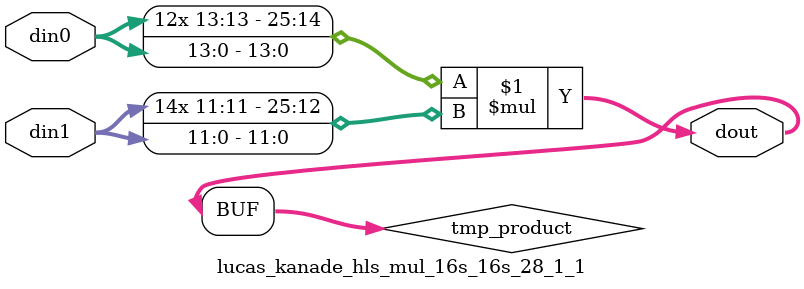
<source format=v>

`timescale 1 ns / 1 ps

 (* DowngradeIPIdentifiedWarnings="yes" *) module lucas_kanade_hls_mul_16s_16s_28_1_1(din0, din1, dout);
parameter ID = 1;
parameter NUM_STAGE = 0;
parameter din0_WIDTH = 14;
parameter din1_WIDTH = 12;
parameter dout_WIDTH = 26;

input [din0_WIDTH - 1 : 0] din0; 
input [din1_WIDTH - 1 : 0] din1; 
output [dout_WIDTH - 1 : 0] dout;

wire signed [dout_WIDTH - 1 : 0] tmp_product;



























assign tmp_product = $signed(din0) * $signed(din1);








assign dout = tmp_product;





















endmodule

</source>
